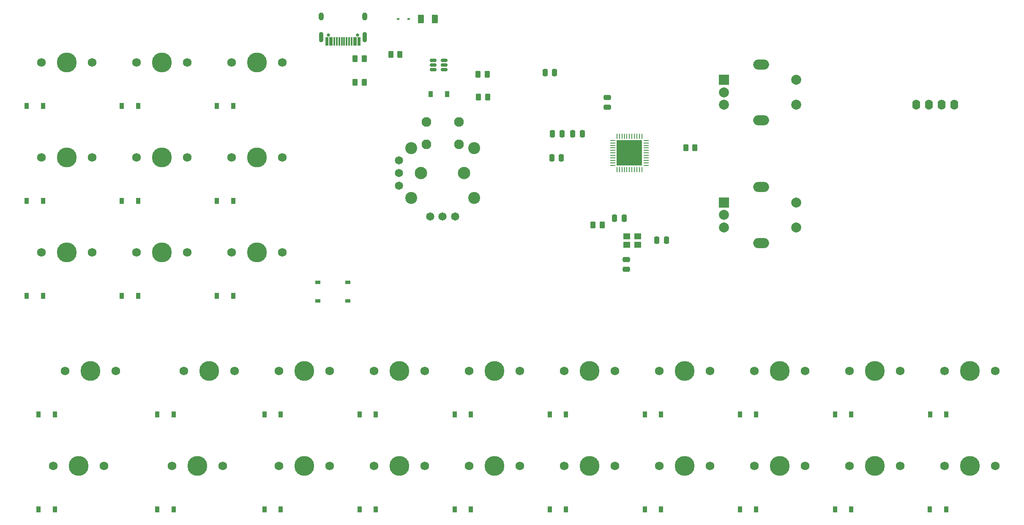
<source format=gbr>
%TF.GenerationSoftware,KiCad,Pcbnew,(6.0.5)*%
%TF.CreationDate,2022-05-16T23:41:31-07:00*%
%TF.ProjectId,3HMouse,33484d6f-7573-4652-9e6b-696361645f70,rev?*%
%TF.SameCoordinates,Original*%
%TF.FileFunction,Soldermask,Top*%
%TF.FilePolarity,Negative*%
%FSLAX46Y46*%
G04 Gerber Fmt 4.6, Leading zero omitted, Abs format (unit mm)*
G04 Created by KiCad (PCBNEW (6.0.5)) date 2022-05-16 23:41:31*
%MOMM*%
%LPD*%
G01*
G04 APERTURE LIST*
G04 Aperture macros list*
%AMRoundRect*
0 Rectangle with rounded corners*
0 $1 Rounding radius*
0 $2 $3 $4 $5 $6 $7 $8 $9 X,Y pos of 4 corners*
0 Add a 4 corners polygon primitive as box body*
4,1,4,$2,$3,$4,$5,$6,$7,$8,$9,$2,$3,0*
0 Add four circle primitives for the rounded corners*
1,1,$1+$1,$2,$3*
1,1,$1+$1,$4,$5*
1,1,$1+$1,$6,$7*
1,1,$1+$1,$8,$9*
0 Add four rect primitives between the rounded corners*
20,1,$1+$1,$2,$3,$4,$5,0*
20,1,$1+$1,$4,$5,$6,$7,0*
20,1,$1+$1,$6,$7,$8,$9,0*
20,1,$1+$1,$8,$9,$2,$3,0*%
G04 Aperture macros list end*
%ADD10O,1.000000X1.600000*%
%ADD11O,0.900000X2.100000*%
%ADD12C,0.650000*%
%ADD13R,0.300000X1.750000*%
%ADD14R,1.000000X0.750000*%
%ADD15R,1.400000X1.200000*%
%ADD16R,5.200000X5.200000*%
%ADD17RoundRect,0.062500X-0.062500X-0.475000X0.062500X-0.475000X0.062500X0.475000X-0.062500X0.475000X0*%
%ADD18RoundRect,0.062500X-0.475000X-0.062500X0.475000X-0.062500X0.475000X0.062500X-0.475000X0.062500X0*%
%ADD19RoundRect,0.250000X-0.250000X-0.475000X0.250000X-0.475000X0.250000X0.475000X-0.250000X0.475000X0*%
%ADD20RoundRect,0.250000X0.475000X-0.250000X0.475000X0.250000X-0.475000X0.250000X-0.475000X-0.250000X0*%
%ADD21C,1.750000*%
%ADD22C,3.987800*%
%ADD23R,0.900000X1.200000*%
%ADD24RoundRect,0.250000X0.250000X0.475000X-0.250000X0.475000X-0.250000X-0.475000X0.250000X-0.475000X0*%
%ADD25C,2.000000*%
%ADD26R,2.000000X2.000000*%
%ADD27O,3.200000X2.000000*%
%ADD28RoundRect,0.250000X-0.262500X-0.450000X0.262500X-0.450000X0.262500X0.450000X-0.262500X0.450000X0*%
%ADD29RoundRect,0.250000X-0.375000X-0.625000X0.375000X-0.625000X0.375000X0.625000X-0.375000X0.625000X0*%
%ADD30C,2.475000*%
%ADD31C,2.400000*%
%ADD32C,1.950000*%
%ADD33C,1.650000*%
%ADD34RoundRect,0.250000X-0.475000X0.250000X-0.475000X-0.250000X0.475000X-0.250000X0.475000X0.250000X0*%
%ADD35RoundRect,0.150000X-0.512500X-0.150000X0.512500X-0.150000X0.512500X0.150000X-0.512500X0.150000X0*%
%ADD36R,0.600000X0.450000*%
%ADD37O,1.600000X2.000000*%
G04 APERTURE END LIST*
D10*
%TO.C,J1*%
X100967000Y-32060000D03*
X92327000Y-32060000D03*
D11*
X100967000Y-36240000D03*
X92327000Y-36240000D03*
D12*
X99537000Y-35740000D03*
X93757000Y-35740000D03*
D13*
X96397000Y-37080000D03*
X95897000Y-37080000D03*
X95397000Y-37080000D03*
X94897000Y-37080000D03*
X97397000Y-37080000D03*
X98397000Y-37080000D03*
X97897000Y-37080000D03*
X96897000Y-37080000D03*
X99997000Y-37080000D03*
X99697000Y-37080000D03*
X99197000Y-37080000D03*
X98897000Y-37080000D03*
X94097000Y-37080000D03*
X94397000Y-37080000D03*
X93597000Y-37080000D03*
X93297000Y-37080000D03*
%TD*%
D14*
%TO.C,S2*%
X97615000Y-89124000D03*
X91615000Y-89124000D03*
X97615000Y-85374000D03*
X91615000Y-85374000D03*
%TD*%
D15*
%TO.C,Y1*%
X155702000Y-76200000D03*
X153502000Y-76200000D03*
X153502000Y-77900000D03*
X155702000Y-77900000D03*
%TD*%
D16*
%TO.C,U1*%
X154036000Y-59421000D03*
D17*
X151536000Y-56083500D03*
X152036000Y-56083500D03*
X152536000Y-56083500D03*
X153036000Y-56083500D03*
X153536000Y-56083500D03*
X154036000Y-56083500D03*
X154536000Y-56083500D03*
X155036000Y-56083500D03*
X155536000Y-56083500D03*
X156036000Y-56083500D03*
X156536000Y-56083500D03*
D18*
X157373500Y-56921000D03*
X157373500Y-57421000D03*
X157373500Y-57921000D03*
X157373500Y-58421000D03*
X157373500Y-58921000D03*
X157373500Y-59421000D03*
X157373500Y-59921000D03*
X157373500Y-60421000D03*
X157373500Y-60921000D03*
X157373500Y-61421000D03*
X157373500Y-61921000D03*
D17*
X156536000Y-62758500D03*
X156036000Y-62758500D03*
X155536000Y-62758500D03*
X155036000Y-62758500D03*
X154536000Y-62758500D03*
X154036000Y-62758500D03*
X153536000Y-62758500D03*
X153036000Y-62758500D03*
X152536000Y-62758500D03*
X152036000Y-62758500D03*
X151536000Y-62758500D03*
D18*
X150698500Y-61921000D03*
X150698500Y-61421000D03*
X150698500Y-60921000D03*
X150698500Y-60421000D03*
X150698500Y-59921000D03*
X150698500Y-59421000D03*
X150698500Y-58921000D03*
X150698500Y-58421000D03*
X150698500Y-57921000D03*
X150698500Y-57421000D03*
X150698500Y-56921000D03*
%TD*%
D19*
%TO.C,C8*%
X140523000Y-55626000D03*
X138623000Y-55626000D03*
%TD*%
D20*
%TO.C,C6*%
X149606000Y-48326000D03*
X149606000Y-50226000D03*
%TD*%
D21*
%TO.C,SW10*%
X72548750Y-122237500D03*
X62388750Y-122237500D03*
D22*
X67468750Y-122237500D03*
%TD*%
D21*
%TO.C,SW28*%
X227330000Y-103187500D03*
X217170000Y-103187500D03*
D22*
X222250000Y-103187500D03*
%TD*%
D21*
%TO.C,SW3*%
X46355000Y-79375000D03*
X36195000Y-79375000D03*
D22*
X41275000Y-79375000D03*
%TD*%
%TO.C,SW17*%
X107950000Y-122237500D03*
D21*
X102870000Y-122237500D03*
X113030000Y-122237500D03*
%TD*%
%TO.C,SW5*%
X38576250Y-122237500D03*
D22*
X43656250Y-122237500D03*
D21*
X48736250Y-122237500D03*
%TD*%
%TO.C,SW12*%
X84455000Y-60325000D03*
X74295000Y-60325000D03*
D22*
X79375000Y-60325000D03*
%TD*%
D23*
%TO.C,D16*%
X99950000Y-111918750D03*
X103250000Y-111918750D03*
%TD*%
D21*
%TO.C,SW26*%
X208280000Y-103187500D03*
D22*
X203200000Y-103187500D03*
D21*
X198120000Y-103187500D03*
%TD*%
D19*
%TO.C,C4*%
X144587000Y-55626000D03*
X142687000Y-55626000D03*
%TD*%
D21*
%TO.C,SW9*%
X74930000Y-103187500D03*
D22*
X69850000Y-103187500D03*
D21*
X64770000Y-103187500D03*
%TD*%
D23*
%TO.C,D21*%
X138050000Y-130968750D03*
X141350000Y-130968750D03*
%TD*%
D21*
%TO.C,SW16*%
X113030000Y-103187500D03*
X102870000Y-103187500D03*
D22*
X107950000Y-103187500D03*
%TD*%
%TO.C,SW4*%
X46037500Y-103187500D03*
D21*
X40957500Y-103187500D03*
X51117500Y-103187500D03*
%TD*%
D23*
%TO.C,D6*%
X52325000Y-50006250D03*
X55625000Y-50006250D03*
%TD*%
%TO.C,D19*%
X119000000Y-130968750D03*
X122300000Y-130968750D03*
%TD*%
D24*
%TO.C,C5*%
X151069000Y-72517000D03*
X152969000Y-72517000D03*
%TD*%
D23*
%TO.C,D5*%
X35656250Y-130968750D03*
X38956250Y-130968750D03*
%TD*%
D24*
%TO.C,C3*%
X138496000Y-60452000D03*
X140396000Y-60452000D03*
%TD*%
D23*
%TO.C,D10*%
X59468750Y-130968750D03*
X62768750Y-130968750D03*
%TD*%
D25*
%TO.C,SW31*%
X187463000Y-44775750D03*
X187463000Y-49775750D03*
X172963000Y-47275750D03*
X172963000Y-49775750D03*
D26*
X172963000Y-44775750D03*
D27*
X180463000Y-52875750D03*
X180463000Y-41675750D03*
%TD*%
D23*
%TO.C,D22*%
X157100000Y-111918750D03*
X160400000Y-111918750D03*
%TD*%
D28*
%TO.C,R2*%
X123706250Y-43656250D03*
X125531250Y-43656250D03*
%TD*%
D21*
%TO.C,SW19*%
X132080000Y-122237500D03*
X121920000Y-122237500D03*
D22*
X127000000Y-122237500D03*
%TD*%
D28*
%TO.C,R4*%
X99100000Y-40481250D03*
X100925000Y-40481250D03*
%TD*%
D23*
%TO.C,D11*%
X71375000Y-50006250D03*
X74675000Y-50006250D03*
%TD*%
D29*
%TO.C,F1*%
X112293750Y-32543750D03*
X115093750Y-32543750D03*
%TD*%
D22*
%TO.C,SW18*%
X127000000Y-103187500D03*
D21*
X121920000Y-103187500D03*
X132080000Y-103187500D03*
%TD*%
D28*
%TO.C,R1*%
X123801500Y-48260000D03*
X125626500Y-48260000D03*
%TD*%
D23*
%TO.C,D8*%
X52325000Y-88106250D03*
X55625000Y-88106250D03*
%TD*%
D28*
%TO.C,R7*%
X99100000Y-45243750D03*
X100925000Y-45243750D03*
%TD*%
D23*
%TO.C,D20*%
X138050000Y-111918750D03*
X141350000Y-111918750D03*
%TD*%
%TO.C,D18*%
X119000000Y-111918750D03*
X122300000Y-111918750D03*
%TD*%
%TO.C,D17*%
X99950000Y-130968750D03*
X103250000Y-130968750D03*
%TD*%
%TO.C,D28*%
X214250000Y-111918750D03*
X217550000Y-111918750D03*
%TD*%
%TO.C,D25*%
X176150000Y-130968750D03*
X179450000Y-130968750D03*
%TD*%
%TO.C,D9*%
X59468750Y-111918750D03*
X62768750Y-111918750D03*
%TD*%
D21*
%TO.C,SW23*%
X160020000Y-122237500D03*
D22*
X165100000Y-122237500D03*
D21*
X170180000Y-122237500D03*
%TD*%
D22*
%TO.C,SW24*%
X184150000Y-103187500D03*
D21*
X179070000Y-103187500D03*
X189230000Y-103187500D03*
%TD*%
D23*
%TO.C,D15*%
X80900000Y-130968750D03*
X84200000Y-130968750D03*
%TD*%
D21*
%TO.C,SW14*%
X83820000Y-103187500D03*
X93980000Y-103187500D03*
D22*
X88900000Y-103187500D03*
%TD*%
D21*
%TO.C,SW29*%
X217170000Y-122237500D03*
X227330000Y-122237500D03*
D22*
X222250000Y-122237500D03*
%TD*%
D21*
%TO.C,SW2*%
X46355000Y-60325000D03*
X36195000Y-60325000D03*
D22*
X41275000Y-60325000D03*
%TD*%
D21*
%TO.C,SW22*%
X170180000Y-103187500D03*
D22*
X165100000Y-103187500D03*
D21*
X160020000Y-103187500D03*
%TD*%
D28*
%TO.C,R6*%
X146725000Y-73914000D03*
X148550000Y-73914000D03*
%TD*%
D19*
%TO.C,C7*%
X137162500Y-43307000D03*
X139062500Y-43307000D03*
%TD*%
D23*
%TO.C,D35*%
X114237500Y-47625000D03*
X117537500Y-47625000D03*
%TD*%
%TO.C,D23*%
X157100000Y-130968750D03*
X160400000Y-130968750D03*
%TD*%
%TO.C,D14*%
X80900000Y-111918750D03*
X84200000Y-111918750D03*
%TD*%
D21*
%TO.C,SW27*%
X198120000Y-122237500D03*
X208280000Y-122237500D03*
D22*
X203200000Y-122237500D03*
%TD*%
D28*
%TO.C,R3*%
X106243750Y-39687500D03*
X108068750Y-39687500D03*
%TD*%
D23*
%TO.C,D4*%
X35656250Y-111918750D03*
X38956250Y-111918750D03*
%TD*%
D30*
%TO.C,S1*%
X112306250Y-63466250D03*
X120906250Y-63466250D03*
D31*
X110281250Y-68466250D03*
X110281250Y-58466250D03*
X122931250Y-68466250D03*
X122931250Y-58466250D03*
D32*
X113356250Y-53216250D03*
X113356250Y-57716250D03*
D33*
X119106250Y-72196250D03*
X116606250Y-72196250D03*
X114106250Y-72196250D03*
D32*
X119856250Y-53216250D03*
D33*
X107876250Y-65966250D03*
X107876250Y-63466250D03*
X107876250Y-60966250D03*
D32*
X119856250Y-57716250D03*
%TD*%
D21*
%TO.C,SW20*%
X140970000Y-103187500D03*
D22*
X146050000Y-103187500D03*
D21*
X151130000Y-103187500D03*
%TD*%
D34*
%TO.C,C2*%
X153416000Y-80838000D03*
X153416000Y-82738000D03*
%TD*%
D23*
%TO.C,D3*%
X33275000Y-88106250D03*
X36575000Y-88106250D03*
%TD*%
D19*
%TO.C,C1*%
X159543750Y-76930250D03*
X161443750Y-76930250D03*
%TD*%
D21*
%TO.C,SW8*%
X55245000Y-79375000D03*
X65405000Y-79375000D03*
D22*
X60325000Y-79375000D03*
%TD*%
D21*
%TO.C,SW21*%
X151130000Y-122237500D03*
D22*
X146050000Y-122237500D03*
D21*
X140970000Y-122237500D03*
%TD*%
%TO.C,SW1*%
X46355000Y-41275000D03*
X36195000Y-41275000D03*
D22*
X41275000Y-41275000D03*
%TD*%
D21*
%TO.C,SW13*%
X74295000Y-79375000D03*
D22*
X79375000Y-79375000D03*
D21*
X84455000Y-79375000D03*
%TD*%
D23*
%TO.C,D29*%
X214187500Y-130968750D03*
X217487500Y-130968750D03*
%TD*%
%TO.C,D2*%
X33275000Y-69056250D03*
X36575000Y-69056250D03*
%TD*%
D21*
%TO.C,SW7*%
X55245000Y-60325000D03*
X65405000Y-60325000D03*
D22*
X60325000Y-60325000D03*
%TD*%
D28*
%TO.C,R5*%
X167155500Y-58420000D03*
X165330500Y-58420000D03*
%TD*%
D25*
%TO.C,SW30*%
X187463000Y-69382000D03*
X187463000Y-74382000D03*
X172963000Y-71882000D03*
X172963000Y-74382000D03*
D26*
X172963000Y-69382000D03*
D27*
X180463000Y-77482000D03*
X180463000Y-66282000D03*
%TD*%
D21*
%TO.C,SW15*%
X83820000Y-122237500D03*
X93980000Y-122237500D03*
D22*
X88900000Y-122237500D03*
%TD*%
D23*
%TO.C,D24*%
X176150000Y-111918750D03*
X179450000Y-111918750D03*
%TD*%
%TO.C,D27*%
X195200000Y-130968750D03*
X198500000Y-130968750D03*
%TD*%
D22*
%TO.C,SW11*%
X79375000Y-41275000D03*
D21*
X84455000Y-41275000D03*
X74295000Y-41275000D03*
%TD*%
D23*
%TO.C,D26*%
X195200000Y-111918750D03*
X198500000Y-111918750D03*
%TD*%
%TO.C,D13*%
X71375000Y-88106250D03*
X74675000Y-88106250D03*
%TD*%
D35*
%TO.C,U2*%
X114686500Y-40833000D03*
X114686500Y-41783000D03*
X114686500Y-42733000D03*
X116961500Y-42733000D03*
X116961500Y-41783000D03*
X116961500Y-40833000D03*
%TD*%
D36*
%TO.C,D36*%
X109793750Y-32543750D03*
X107693750Y-32543750D03*
%TD*%
D21*
%TO.C,SW6*%
X55245000Y-41275000D03*
D22*
X60325000Y-41275000D03*
D21*
X65405000Y-41275000D03*
%TD*%
D23*
%TO.C,D12*%
X71375000Y-69056250D03*
X74675000Y-69056250D03*
%TD*%
%TO.C,D1*%
X33275000Y-50006250D03*
X36575000Y-50006250D03*
%TD*%
D37*
%TO.C,Brd1*%
X211486250Y-49725000D03*
X214026250Y-49725000D03*
X216566250Y-49725000D03*
X219106250Y-49725000D03*
%TD*%
D21*
%TO.C,SW25*%
X179070000Y-122237500D03*
X189230000Y-122237500D03*
D22*
X184150000Y-122237500D03*
%TD*%
D23*
%TO.C,D7*%
X52325000Y-69056250D03*
X55625000Y-69056250D03*
%TD*%
M02*

</source>
